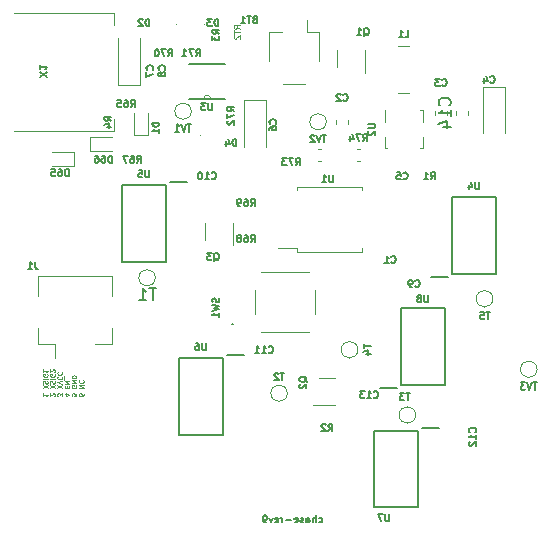
<source format=gbr>
G04 #@! TF.GenerationSoftware,KiCad,Pcbnew,5.1.5-52549c5~84~ubuntu18.04.1*
G04 #@! TF.CreationDate,2020-02-20T23:27:41+01:00*
G04 #@! TF.ProjectId,chase,63686173-652e-46b6-9963-61645f706362,rev?*
G04 #@! TF.SameCoordinates,Original*
G04 #@! TF.FileFunction,Legend,Bot*
G04 #@! TF.FilePolarity,Positive*
%FSLAX46Y46*%
G04 Gerber Fmt 4.6, Leading zero omitted, Abs format (unit mm)*
G04 Created by KiCad (PCBNEW 5.1.5-52549c5~84~ubuntu18.04.1) date 2020-02-20 23:27:41*
%MOMM*%
%LPD*%
G04 APERTURE LIST*
%ADD10C,0.100000*%
%ADD11C,0.130000*%
%ADD12C,0.120000*%
%ADD13C,0.200000*%
%ADD14C,0.152400*%
%ADD15C,0.150000*%
%ADD16C,0.125000*%
G04 APERTURE END LIST*
D10*
X106684047Y-133061857D02*
X106684047Y-133138047D01*
X106665000Y-133176143D01*
X106645952Y-133195190D01*
X106588809Y-133233285D01*
X106512619Y-133252333D01*
X106360238Y-133252333D01*
X106322142Y-133233285D01*
X106303095Y-133214238D01*
X106284047Y-133176143D01*
X106284047Y-133099952D01*
X106303095Y-133061857D01*
X106322142Y-133042809D01*
X106360238Y-133023762D01*
X106455476Y-133023762D01*
X106493571Y-133042809D01*
X106512619Y-133061857D01*
X106531666Y-133099952D01*
X106531666Y-133176143D01*
X106512619Y-133214238D01*
X106493571Y-133233285D01*
X106455476Y-133252333D01*
X106284047Y-132547571D02*
X106684047Y-132547571D01*
X106284047Y-132319000D01*
X106684047Y-132319000D01*
X106322142Y-131899952D02*
X106303095Y-131919000D01*
X106284047Y-131976143D01*
X106284047Y-132014238D01*
X106303095Y-132071381D01*
X106341190Y-132109476D01*
X106379285Y-132128523D01*
X106455476Y-132147571D01*
X106512619Y-132147571D01*
X106588809Y-132128523D01*
X106626904Y-132109476D01*
X106665000Y-132071381D01*
X106684047Y-132014238D01*
X106684047Y-131976143D01*
X106665000Y-131919000D01*
X106645952Y-131899952D01*
X103236047Y-133023761D02*
X103236047Y-133252333D01*
X103236047Y-133138047D02*
X103636047Y-133138047D01*
X103578904Y-133176142D01*
X103540809Y-133214238D01*
X103521761Y-133252333D01*
X103636047Y-132585666D02*
X103236047Y-132319000D01*
X103636047Y-132319000D02*
X103236047Y-132585666D01*
X103255095Y-132185666D02*
X103236047Y-132128523D01*
X103236047Y-132033285D01*
X103255095Y-131995190D01*
X103274142Y-131976142D01*
X103312238Y-131957095D01*
X103350333Y-131957095D01*
X103388428Y-131976142D01*
X103407476Y-131995190D01*
X103426523Y-132033285D01*
X103445571Y-132109476D01*
X103464619Y-132147571D01*
X103483666Y-132166619D01*
X103521761Y-132185666D01*
X103559857Y-132185666D01*
X103597952Y-132166619D01*
X103617000Y-132147571D01*
X103636047Y-132109476D01*
X103636047Y-132014238D01*
X103617000Y-131957095D01*
X103236047Y-131785666D02*
X103636047Y-131785666D01*
X103617000Y-131385666D02*
X103636047Y-131423761D01*
X103636047Y-131480904D01*
X103617000Y-131538047D01*
X103578904Y-131576142D01*
X103540809Y-131595190D01*
X103464619Y-131614238D01*
X103407476Y-131614238D01*
X103331285Y-131595190D01*
X103293190Y-131576142D01*
X103255095Y-131538047D01*
X103236047Y-131480904D01*
X103236047Y-131442809D01*
X103255095Y-131385666D01*
X103274142Y-131366619D01*
X103407476Y-131366619D01*
X103407476Y-131442809D01*
X103236047Y-130985666D02*
X103236047Y-131214238D01*
X103236047Y-131099952D02*
X103636047Y-131099952D01*
X103578904Y-131138047D01*
X103540809Y-131176142D01*
X103521761Y-131214238D01*
X104207552Y-133252333D02*
X104226600Y-133233285D01*
X104245647Y-133195190D01*
X104245647Y-133099952D01*
X104226600Y-133061857D01*
X104207552Y-133042809D01*
X104169457Y-133023761D01*
X104131361Y-133023761D01*
X104074219Y-133042809D01*
X103845647Y-133271380D01*
X103845647Y-133023761D01*
X104245647Y-132585666D02*
X103845647Y-132319000D01*
X104245647Y-132319000D02*
X103845647Y-132585666D01*
X103864695Y-132185666D02*
X103845647Y-132128523D01*
X103845647Y-132033285D01*
X103864695Y-131995190D01*
X103883742Y-131976142D01*
X103921838Y-131957095D01*
X103959933Y-131957095D01*
X103998028Y-131976142D01*
X104017076Y-131995190D01*
X104036123Y-132033285D01*
X104055171Y-132109476D01*
X104074219Y-132147571D01*
X104093266Y-132166619D01*
X104131361Y-132185666D01*
X104169457Y-132185666D01*
X104207552Y-132166619D01*
X104226600Y-132147571D01*
X104245647Y-132109476D01*
X104245647Y-132014238D01*
X104226600Y-131957095D01*
X103845647Y-131785666D02*
X104245647Y-131785666D01*
X104226600Y-131385666D02*
X104245647Y-131423761D01*
X104245647Y-131480904D01*
X104226600Y-131538047D01*
X104188504Y-131576142D01*
X104150409Y-131595190D01*
X104074219Y-131614238D01*
X104017076Y-131614238D01*
X103940885Y-131595190D01*
X103902790Y-131576142D01*
X103864695Y-131538047D01*
X103845647Y-131480904D01*
X103845647Y-131442809D01*
X103864695Y-131385666D01*
X103883742Y-131366619D01*
X104017076Y-131366619D01*
X104017076Y-131442809D01*
X104207552Y-131214238D02*
X104226600Y-131195190D01*
X104245647Y-131157095D01*
X104245647Y-131061857D01*
X104226600Y-131023761D01*
X104207552Y-131004714D01*
X104169457Y-130985666D01*
X104131361Y-130985666D01*
X104074219Y-131004714D01*
X103845647Y-131233285D01*
X103845647Y-130985666D01*
X104855247Y-133271381D02*
X104855247Y-133023762D01*
X104702866Y-133157095D01*
X104702866Y-133099952D01*
X104683819Y-133061857D01*
X104664771Y-133042809D01*
X104626676Y-133023762D01*
X104531438Y-133023762D01*
X104493342Y-133042809D01*
X104474295Y-133061857D01*
X104455247Y-133099952D01*
X104455247Y-133214238D01*
X104474295Y-133252333D01*
X104493342Y-133271381D01*
X104855247Y-132585666D02*
X104455247Y-132319000D01*
X104855247Y-132319000D02*
X104455247Y-132585666D01*
X104855247Y-132223762D02*
X104455247Y-132090428D01*
X104855247Y-131957095D01*
X104493342Y-131595190D02*
X104474295Y-131614238D01*
X104455247Y-131671381D01*
X104455247Y-131709476D01*
X104474295Y-131766619D01*
X104512390Y-131804714D01*
X104550485Y-131823762D01*
X104626676Y-131842809D01*
X104683819Y-131842809D01*
X104760009Y-131823762D01*
X104798104Y-131804714D01*
X104836200Y-131766619D01*
X104855247Y-131709476D01*
X104855247Y-131671381D01*
X104836200Y-131614238D01*
X104817152Y-131595190D01*
X104493342Y-131195190D02*
X104474295Y-131214238D01*
X104455247Y-131271381D01*
X104455247Y-131309476D01*
X104474295Y-131366619D01*
X104512390Y-131404714D01*
X104550485Y-131423762D01*
X104626676Y-131442809D01*
X104683819Y-131442809D01*
X104760009Y-131423762D01*
X104798104Y-131404714D01*
X104836200Y-131366619D01*
X104855247Y-131309476D01*
X104855247Y-131271381D01*
X104836200Y-131214238D01*
X104817152Y-131195190D01*
X105331514Y-133061856D02*
X105064847Y-133061856D01*
X105483895Y-133157094D02*
X105198180Y-133252332D01*
X105198180Y-133004713D01*
X105274371Y-132547570D02*
X105274371Y-132414237D01*
X105064847Y-132357094D02*
X105064847Y-132547570D01*
X105464847Y-132547570D01*
X105464847Y-132357094D01*
X105064847Y-132185666D02*
X105464847Y-132185666D01*
X105064847Y-131957094D01*
X105464847Y-131957094D01*
X105026752Y-131861856D02*
X105026752Y-131557094D01*
X106074447Y-133042809D02*
X106074447Y-133233285D01*
X105883971Y-133252333D01*
X105903019Y-133233285D01*
X105922066Y-133195190D01*
X105922066Y-133099952D01*
X105903019Y-133061857D01*
X105883971Y-133042809D01*
X105845876Y-133023762D01*
X105750638Y-133023762D01*
X105712542Y-133042809D01*
X105693495Y-133061857D01*
X105674447Y-133099952D01*
X105674447Y-133195190D01*
X105693495Y-133233285D01*
X105712542Y-133252333D01*
X106055400Y-132338047D02*
X106074447Y-132376143D01*
X106074447Y-132433285D01*
X106055400Y-132490428D01*
X106017304Y-132528523D01*
X105979209Y-132547571D01*
X105903019Y-132566619D01*
X105845876Y-132566619D01*
X105769685Y-132547571D01*
X105731590Y-132528523D01*
X105693495Y-132490428D01*
X105674447Y-132433285D01*
X105674447Y-132395190D01*
X105693495Y-132338047D01*
X105712542Y-132319000D01*
X105845876Y-132319000D01*
X105845876Y-132395190D01*
X105674447Y-132147571D02*
X106074447Y-132147571D01*
X105674447Y-131919000D01*
X106074447Y-131919000D01*
X105674447Y-131728523D02*
X106074447Y-131728523D01*
X106074447Y-131633285D01*
X106055400Y-131576143D01*
X106017304Y-131538047D01*
X105979209Y-131519000D01*
X105903019Y-131499952D01*
X105845876Y-131499952D01*
X105769685Y-131519000D01*
X105731590Y-131538047D01*
X105693495Y-131576143D01*
X105674447Y-131633285D01*
X105674447Y-131728523D01*
D11*
X126600571Y-143918857D02*
X126657714Y-143947428D01*
X126772000Y-143947428D01*
X126829142Y-143918857D01*
X126857714Y-143890285D01*
X126886285Y-143833142D01*
X126886285Y-143661714D01*
X126857714Y-143604571D01*
X126829142Y-143576000D01*
X126772000Y-143547428D01*
X126657714Y-143547428D01*
X126600571Y-143576000D01*
X126343428Y-143947428D02*
X126343428Y-143347428D01*
X126086285Y-143947428D02*
X126086285Y-143633142D01*
X126114857Y-143576000D01*
X126172000Y-143547428D01*
X126257714Y-143547428D01*
X126314857Y-143576000D01*
X126343428Y-143604571D01*
X125543428Y-143947428D02*
X125543428Y-143633142D01*
X125572000Y-143576000D01*
X125629142Y-143547428D01*
X125743428Y-143547428D01*
X125800571Y-143576000D01*
X125543428Y-143918857D02*
X125600571Y-143947428D01*
X125743428Y-143947428D01*
X125800571Y-143918857D01*
X125829142Y-143861714D01*
X125829142Y-143804571D01*
X125800571Y-143747428D01*
X125743428Y-143718857D01*
X125600571Y-143718857D01*
X125543428Y-143690285D01*
X125286285Y-143918857D02*
X125229142Y-143947428D01*
X125114857Y-143947428D01*
X125057714Y-143918857D01*
X125029142Y-143861714D01*
X125029142Y-143833142D01*
X125057714Y-143776000D01*
X125114857Y-143747428D01*
X125200571Y-143747428D01*
X125257714Y-143718857D01*
X125286285Y-143661714D01*
X125286285Y-143633142D01*
X125257714Y-143576000D01*
X125200571Y-143547428D01*
X125114857Y-143547428D01*
X125057714Y-143576000D01*
X124543428Y-143918857D02*
X124600571Y-143947428D01*
X124714857Y-143947428D01*
X124772000Y-143918857D01*
X124800571Y-143861714D01*
X124800571Y-143633142D01*
X124772000Y-143576000D01*
X124714857Y-143547428D01*
X124600571Y-143547428D01*
X124543428Y-143576000D01*
X124514857Y-143633142D01*
X124514857Y-143690285D01*
X124800571Y-143747428D01*
X124257714Y-143718857D02*
X123800571Y-143718857D01*
X123514857Y-143947428D02*
X123514857Y-143547428D01*
X123514857Y-143661714D02*
X123486285Y-143604571D01*
X123457714Y-143576000D01*
X123400571Y-143547428D01*
X123343428Y-143547428D01*
X122914857Y-143918857D02*
X122972000Y-143947428D01*
X123086285Y-143947428D01*
X123143428Y-143918857D01*
X123172000Y-143861714D01*
X123172000Y-143633142D01*
X123143428Y-143576000D01*
X123086285Y-143547428D01*
X122972000Y-143547428D01*
X122914857Y-143576000D01*
X122886285Y-143633142D01*
X122886285Y-143690285D01*
X123172000Y-143747428D01*
X122686285Y-143547428D02*
X122543428Y-143947428D01*
X122400571Y-143547428D01*
X122143428Y-143947428D02*
X122029142Y-143947428D01*
X121972000Y-143918857D01*
X121943428Y-143890285D01*
X121886285Y-143804571D01*
X121857714Y-143690285D01*
X121857714Y-143461714D01*
X121886285Y-143404571D01*
X121914857Y-143376000D01*
X121972000Y-143347428D01*
X122086285Y-143347428D01*
X122143428Y-143376000D01*
X122172000Y-143404571D01*
X122200571Y-143461714D01*
X122200571Y-143604571D01*
X122172000Y-143661714D01*
X122143428Y-143690285D01*
X122086285Y-143718857D01*
X121972000Y-143718857D01*
X121914857Y-143690285D01*
X121886285Y-143661714D01*
X121857714Y-143604571D01*
D12*
X104297000Y-128847000D02*
X104297000Y-130047000D01*
X109107000Y-123047000D02*
X109107000Y-124787000D01*
X102807000Y-123047000D02*
X109107000Y-123047000D01*
X102807000Y-124787000D02*
X102807000Y-123047000D01*
X109107000Y-128847000D02*
X109107000Y-127507000D01*
X107617000Y-128847000D02*
X109107000Y-128847000D01*
X102807000Y-128847000D02*
X102807000Y-127507000D01*
X104297000Y-128847000D02*
X102807000Y-128847000D01*
X145074500Y-130976000D02*
G75*
G03X145074500Y-130976000I-700000J0D01*
G01*
X116989000Y-119992000D02*
X116989000Y-118592000D01*
X119309000Y-118592000D02*
X119309000Y-120492000D01*
X129073000Y-109858221D02*
X129073000Y-110183779D01*
X128053000Y-109858221D02*
X128053000Y-110183779D01*
X130122779Y-113325000D02*
X129797221Y-113325000D01*
X130122779Y-112305000D02*
X129797221Y-112305000D01*
X126820779Y-113325000D02*
X126495221Y-113325000D01*
X126820779Y-112305000D02*
X126495221Y-112305000D01*
X128165000Y-105387000D02*
X128165000Y-103987000D01*
X130485000Y-103987000D02*
X130485000Y-105887000D01*
X139233000Y-109096221D02*
X139233000Y-109421779D01*
X138213000Y-109096221D02*
X138213000Y-109421779D01*
X137455000Y-109096221D02*
X137455000Y-109421779D01*
X136435000Y-109096221D02*
X136435000Y-109421779D01*
X112753000Y-123229000D02*
G75*
G03X112753000Y-123229000I-700000J0D01*
G01*
X125439000Y-106864000D02*
X123559000Y-106864000D01*
X122389000Y-102394000D02*
X123439000Y-102394000D01*
X122389000Y-104894000D02*
X122389000Y-102394000D01*
X125559000Y-102394000D02*
X125559000Y-101404000D01*
X126609000Y-102394000D02*
X125559000Y-102394000D01*
X126609000Y-104894000D02*
X126609000Y-102394000D01*
X122132000Y-108219000D02*
X122132000Y-112129000D01*
X120262000Y-108219000D02*
X122132000Y-108219000D01*
X120262000Y-112129000D02*
X120262000Y-108219000D01*
X109070000Y-111326000D02*
X107220000Y-111326000D01*
X109070000Y-112526000D02*
X107220000Y-112526000D01*
X107220000Y-112526000D02*
X107220000Y-111326000D01*
X103987000Y-113796000D02*
X105837000Y-113796000D01*
X103987000Y-112596000D02*
X105837000Y-112596000D01*
X105837000Y-112596000D02*
X105837000Y-113796000D01*
X126593000Y-131721000D02*
X127993000Y-131721000D01*
X127993000Y-134041000D02*
X126093000Y-134041000D01*
X127231000Y-110021000D02*
G75*
G03X127231000Y-110021000I-700000J0D01*
G01*
X115801000Y-109132000D02*
G75*
G03X115801000Y-109132000I-700000J0D01*
G01*
X141328000Y-125007000D02*
G75*
G03X141328000Y-125007000I-700000J0D01*
G01*
X129898000Y-129325000D02*
G75*
G03X129898000Y-129325000I-700000J0D01*
G01*
X134787500Y-134849500D02*
G75*
G03X134787500Y-134849500I-700000J0D01*
G01*
X123929000Y-133008000D02*
G75*
G03X123929000Y-133008000I-700000J0D01*
G01*
X127503000Y-115528500D02*
X130250500Y-115528500D01*
X130250500Y-115528500D02*
X130250500Y-115811000D01*
X127503000Y-115528500D02*
X124755500Y-115528500D01*
X124755500Y-115528500D02*
X124755500Y-115811000D01*
X127503000Y-121023500D02*
X130250500Y-121023500D01*
X130250500Y-121023500D02*
X130250500Y-120741000D01*
X127503000Y-121023500D02*
X124755500Y-121023500D01*
X124755500Y-121023500D02*
X124755500Y-120741000D01*
X124755500Y-120741000D02*
X123103000Y-120741000D01*
D13*
X119237000Y-127161000D02*
X119237000Y-127161000D01*
X119337000Y-127161000D02*
X119337000Y-127161000D01*
X119237000Y-127161000D02*
X119237000Y-127161000D01*
D10*
X121187000Y-126261000D02*
X121187000Y-124261000D01*
X126287000Y-126261000D02*
X126287000Y-124261000D01*
X121737000Y-127811000D02*
X125737000Y-127811000D01*
X121737000Y-122711000D02*
X125737000Y-122711000D01*
D13*
X119337000Y-127161000D02*
G75*
G03X119237000Y-127161000I-50000J0D01*
G01*
X119237000Y-127161000D02*
G75*
G03X119337000Y-127161000I50000J0D01*
G01*
X119337000Y-127161000D02*
G75*
G03X119237000Y-127161000I-50000J0D01*
G01*
X133571000Y-132321000D02*
X137271000Y-132321000D01*
X137271000Y-132321000D02*
X137271000Y-125821000D01*
X137271000Y-125821000D02*
X133571000Y-125821000D01*
X133571000Y-125821000D02*
X133571000Y-132321000D01*
X131746000Y-132571000D02*
X133221000Y-132571000D01*
X134984000Y-136178000D02*
X131284000Y-136178000D01*
X131284000Y-136178000D02*
X131284000Y-142678000D01*
X131284000Y-142678000D02*
X134984000Y-142678000D01*
X134984000Y-142678000D02*
X134984000Y-136178000D01*
X136809000Y-135928000D02*
X135334000Y-135928000D01*
X118456000Y-130002000D02*
X114756000Y-130002000D01*
X114756000Y-130002000D02*
X114756000Y-136502000D01*
X114756000Y-136502000D02*
X118456000Y-136502000D01*
X118456000Y-136502000D02*
X118456000Y-130002000D01*
X120281000Y-129752000D02*
X118806000Y-129752000D01*
X113649000Y-115407000D02*
X109949000Y-115407000D01*
X109949000Y-115407000D02*
X109949000Y-121907000D01*
X109949000Y-121907000D02*
X113649000Y-121907000D01*
X113649000Y-121907000D02*
X113649000Y-115407000D01*
X115474000Y-115157000D02*
X113999000Y-115157000D01*
X137889000Y-122923000D02*
X141589000Y-122923000D01*
X141589000Y-122923000D02*
X141589000Y-116423000D01*
X141589000Y-116423000D02*
X137889000Y-116423000D01*
X137889000Y-116423000D02*
X137889000Y-122923000D01*
X136064000Y-123173000D02*
X137539000Y-123173000D01*
D12*
X109274000Y-110830000D02*
X109274000Y-109830000D01*
X109274000Y-110830000D02*
X100774000Y-110830000D01*
X109274000Y-100830000D02*
X100774000Y-100830000D01*
X109274000Y-100830000D02*
X109274000Y-101830000D01*
X132160000Y-109016000D02*
X132160000Y-110021000D01*
X132160000Y-112266000D02*
X132390000Y-112266000D01*
X132160000Y-111291000D02*
X132160000Y-112266000D01*
X135380000Y-111291000D02*
X135380000Y-112266000D01*
X135150000Y-112266000D02*
X135380000Y-112266000D01*
X135380000Y-109046000D02*
X135380000Y-110021000D01*
X135150000Y-109046000D02*
X135380000Y-109046000D01*
X134260000Y-103566000D02*
X133280000Y-103566000D01*
X134260000Y-107586000D02*
X133280000Y-107586000D01*
X140455000Y-110986000D02*
X140455000Y-107076000D01*
X140455000Y-107076000D02*
X142325000Y-107076000D01*
X142325000Y-107076000D02*
X142325000Y-110986000D01*
D10*
X116601000Y-111164000D02*
G75*
G03X116601000Y-111164000I-50000J0D01*
G01*
X116939500Y-101766000D02*
G75*
G03X116939500Y-101766000I-50000J0D01*
G01*
X114590000Y-101766000D02*
G75*
G03X114590000Y-101766000I-50000J0D01*
G01*
D12*
X112145000Y-111171000D02*
X110945000Y-111171000D01*
X112145000Y-109321000D02*
X112145000Y-111171000D01*
X110945000Y-109321000D02*
X110945000Y-111171000D01*
D14*
X115634400Y-105093400D02*
X118631600Y-105093400D01*
X118631600Y-108090600D02*
X117437800Y-108090600D01*
X117437800Y-108090600D02*
X116828200Y-108090600D01*
X116828200Y-108090600D02*
X115634400Y-108090600D01*
D10*
X117437800Y-108090600D02*
G75*
G03X116828200Y-108090600I-304800J0D01*
G01*
D12*
X111464000Y-102960000D02*
X111464000Y-106870000D01*
X111464000Y-106870000D02*
X109594000Y-106870000D01*
X109594000Y-106870000D02*
X109594000Y-102960000D01*
D15*
X102601000Y-121884428D02*
X102601000Y-122313000D01*
X102629571Y-122398714D01*
X102686714Y-122455857D01*
X102772428Y-122484428D01*
X102829571Y-122484428D01*
X102001000Y-122484428D02*
X102343857Y-122484428D01*
X102172428Y-122484428D02*
X102172428Y-121884428D01*
X102229571Y-121970142D01*
X102286714Y-122027285D01*
X102343857Y-122055857D01*
X145088785Y-132095428D02*
X144745928Y-132095428D01*
X144917357Y-132695428D02*
X144917357Y-132095428D01*
X144631642Y-132095428D02*
X144431642Y-132695428D01*
X144231642Y-132095428D01*
X144088785Y-132095428D02*
X143717357Y-132095428D01*
X143917357Y-132324000D01*
X143831642Y-132324000D01*
X143774500Y-132352571D01*
X143745928Y-132381142D01*
X143717357Y-132438285D01*
X143717357Y-132581142D01*
X143745928Y-132638285D01*
X143774500Y-132666857D01*
X143831642Y-132695428D01*
X144003071Y-132695428D01*
X144060214Y-132666857D01*
X144088785Y-132638285D01*
X117698142Y-121779571D02*
X117755285Y-121751000D01*
X117812428Y-121693857D01*
X117898142Y-121608142D01*
X117955285Y-121579571D01*
X118012428Y-121579571D01*
X117983857Y-121722428D02*
X118041000Y-121693857D01*
X118098142Y-121636714D01*
X118126714Y-121522428D01*
X118126714Y-121322428D01*
X118098142Y-121208142D01*
X118041000Y-121151000D01*
X117983857Y-121122428D01*
X117869571Y-121122428D01*
X117812428Y-121151000D01*
X117755285Y-121208142D01*
X117726714Y-121322428D01*
X117726714Y-121522428D01*
X117755285Y-121636714D01*
X117812428Y-121693857D01*
X117869571Y-121722428D01*
X117983857Y-121722428D01*
X117526714Y-121122428D02*
X117155285Y-121122428D01*
X117355285Y-121351000D01*
X117269571Y-121351000D01*
X117212428Y-121379571D01*
X117183857Y-121408142D01*
X117155285Y-121465285D01*
X117155285Y-121608142D01*
X117183857Y-121665285D01*
X117212428Y-121693857D01*
X117269571Y-121722428D01*
X117441000Y-121722428D01*
X117498142Y-121693857D01*
X117526714Y-121665285D01*
X128663000Y-108203285D02*
X128691571Y-108231857D01*
X128777285Y-108260428D01*
X128834428Y-108260428D01*
X128920142Y-108231857D01*
X128977285Y-108174714D01*
X129005857Y-108117571D01*
X129034428Y-108003285D01*
X129034428Y-107917571D01*
X129005857Y-107803285D01*
X128977285Y-107746142D01*
X128920142Y-107689000D01*
X128834428Y-107660428D01*
X128777285Y-107660428D01*
X128691571Y-107689000D01*
X128663000Y-107717571D01*
X128434428Y-107717571D02*
X128405857Y-107689000D01*
X128348714Y-107660428D01*
X128205857Y-107660428D01*
X128148714Y-107689000D01*
X128120142Y-107717571D01*
X128091571Y-107774714D01*
X128091571Y-107831857D01*
X128120142Y-107917571D01*
X128463000Y-108260428D01*
X128091571Y-108260428D01*
X130345714Y-111656428D02*
X130545714Y-111370714D01*
X130688571Y-111656428D02*
X130688571Y-111056428D01*
X130460000Y-111056428D01*
X130402857Y-111085000D01*
X130374285Y-111113571D01*
X130345714Y-111170714D01*
X130345714Y-111256428D01*
X130374285Y-111313571D01*
X130402857Y-111342142D01*
X130460000Y-111370714D01*
X130688571Y-111370714D01*
X130145714Y-111056428D02*
X129745714Y-111056428D01*
X130002857Y-111656428D01*
X129260000Y-111256428D02*
X129260000Y-111656428D01*
X129402857Y-111027857D02*
X129545714Y-111456428D01*
X129174285Y-111456428D01*
X124630714Y-113721428D02*
X124830714Y-113435714D01*
X124973571Y-113721428D02*
X124973571Y-113121428D01*
X124745000Y-113121428D01*
X124687857Y-113150000D01*
X124659285Y-113178571D01*
X124630714Y-113235714D01*
X124630714Y-113321428D01*
X124659285Y-113378571D01*
X124687857Y-113407142D01*
X124745000Y-113435714D01*
X124973571Y-113435714D01*
X124430714Y-113121428D02*
X124030714Y-113121428D01*
X124287857Y-113721428D01*
X123859285Y-113121428D02*
X123487857Y-113121428D01*
X123687857Y-113350000D01*
X123602142Y-113350000D01*
X123545000Y-113378571D01*
X123516428Y-113407142D01*
X123487857Y-113464285D01*
X123487857Y-113607142D01*
X123516428Y-113664285D01*
X123545000Y-113692857D01*
X123602142Y-113721428D01*
X123773571Y-113721428D01*
X123830714Y-113692857D01*
X123859285Y-113664285D01*
X130398142Y-102729571D02*
X130455285Y-102701000D01*
X130512428Y-102643857D01*
X130598142Y-102558142D01*
X130655285Y-102529571D01*
X130712428Y-102529571D01*
X130683857Y-102672428D02*
X130741000Y-102643857D01*
X130798142Y-102586714D01*
X130826714Y-102472428D01*
X130826714Y-102272428D01*
X130798142Y-102158142D01*
X130741000Y-102101000D01*
X130683857Y-102072428D01*
X130569571Y-102072428D01*
X130512428Y-102101000D01*
X130455285Y-102158142D01*
X130426714Y-102272428D01*
X130426714Y-102472428D01*
X130455285Y-102586714D01*
X130512428Y-102643857D01*
X130569571Y-102672428D01*
X130683857Y-102672428D01*
X129855285Y-102672428D02*
X130198142Y-102672428D01*
X130026714Y-102672428D02*
X130026714Y-102072428D01*
X130083857Y-102158142D01*
X130141000Y-102215285D01*
X130198142Y-102243857D01*
X137650142Y-108616142D02*
X137697761Y-108568523D01*
X137745380Y-108425666D01*
X137745380Y-108330428D01*
X137697761Y-108187571D01*
X137602523Y-108092333D01*
X137507285Y-108044714D01*
X137316809Y-107997095D01*
X137173952Y-107997095D01*
X136983476Y-108044714D01*
X136888238Y-108092333D01*
X136793000Y-108187571D01*
X136745380Y-108330428D01*
X136745380Y-108425666D01*
X136793000Y-108568523D01*
X136840619Y-108616142D01*
X137745380Y-109568523D02*
X137745380Y-108997095D01*
X137745380Y-109282809D02*
X136745380Y-109282809D01*
X136888238Y-109187571D01*
X136983476Y-109092333D01*
X137031095Y-108997095D01*
X137078714Y-110425666D02*
X137745380Y-110425666D01*
X136697761Y-110187571D02*
X137412047Y-109949476D01*
X137412047Y-110568523D01*
X137045000Y-106933285D02*
X137073571Y-106961857D01*
X137159285Y-106990428D01*
X137216428Y-106990428D01*
X137302142Y-106961857D01*
X137359285Y-106904714D01*
X137387857Y-106847571D01*
X137416428Y-106733285D01*
X137416428Y-106647571D01*
X137387857Y-106533285D01*
X137359285Y-106476142D01*
X137302142Y-106419000D01*
X137216428Y-106390428D01*
X137159285Y-106390428D01*
X137073571Y-106419000D01*
X137045000Y-106447571D01*
X136845000Y-106390428D02*
X136473571Y-106390428D01*
X136673571Y-106619000D01*
X136587857Y-106619000D01*
X136530714Y-106647571D01*
X136502142Y-106676142D01*
X136473571Y-106733285D01*
X136473571Y-106876142D01*
X136502142Y-106933285D01*
X136530714Y-106961857D01*
X136587857Y-106990428D01*
X136759285Y-106990428D01*
X136816428Y-106961857D01*
X136845000Y-106933285D01*
X112814904Y-124129380D02*
X112243476Y-124129380D01*
X112529190Y-125129380D02*
X112529190Y-124129380D01*
X111386333Y-125129380D02*
X111957761Y-125129380D01*
X111672047Y-125129380D02*
X111672047Y-124129380D01*
X111767285Y-124272238D01*
X111862523Y-124367476D01*
X111957761Y-124415095D01*
X121160428Y-101342142D02*
X121074714Y-101370714D01*
X121046142Y-101399285D01*
X121017571Y-101456428D01*
X121017571Y-101542142D01*
X121046142Y-101599285D01*
X121074714Y-101627857D01*
X121131857Y-101656428D01*
X121360428Y-101656428D01*
X121360428Y-101056428D01*
X121160428Y-101056428D01*
X121103285Y-101085000D01*
X121074714Y-101113571D01*
X121046142Y-101170714D01*
X121046142Y-101227857D01*
X121074714Y-101285000D01*
X121103285Y-101313571D01*
X121160428Y-101342142D01*
X121360428Y-101342142D01*
X120846142Y-101056428D02*
X120503285Y-101056428D01*
X120674714Y-101656428D02*
X120674714Y-101056428D01*
X119989000Y-101656428D02*
X120331857Y-101656428D01*
X120160428Y-101656428D02*
X120160428Y-101056428D01*
X120217571Y-101142142D01*
X120274714Y-101199285D01*
X120331857Y-101227857D01*
D11*
X122935285Y-110175000D02*
X122963857Y-110146428D01*
X122992428Y-110060714D01*
X122992428Y-110003571D01*
X122963857Y-109917857D01*
X122906714Y-109860714D01*
X122849571Y-109832142D01*
X122735285Y-109803571D01*
X122649571Y-109803571D01*
X122535285Y-109832142D01*
X122478142Y-109860714D01*
X122421000Y-109917857D01*
X122392428Y-110003571D01*
X122392428Y-110060714D01*
X122421000Y-110146428D01*
X122449571Y-110175000D01*
X122392428Y-110689285D02*
X122392428Y-110575000D01*
X122421000Y-110517857D01*
X122449571Y-110489285D01*
X122535285Y-110432142D01*
X122649571Y-110403571D01*
X122878142Y-110403571D01*
X122935285Y-110432142D01*
X122963857Y-110460714D01*
X122992428Y-110517857D01*
X122992428Y-110632142D01*
X122963857Y-110689285D01*
X122935285Y-110717857D01*
X122878142Y-110746428D01*
X122735285Y-110746428D01*
X122678142Y-110717857D01*
X122649571Y-110689285D01*
X122621000Y-110632142D01*
X122621000Y-110517857D01*
X122649571Y-110460714D01*
X122678142Y-110432142D01*
X122735285Y-110403571D01*
X109098571Y-113497428D02*
X109098571Y-112897428D01*
X108955714Y-112897428D01*
X108870000Y-112926000D01*
X108812857Y-112983142D01*
X108784285Y-113040285D01*
X108755714Y-113154571D01*
X108755714Y-113240285D01*
X108784285Y-113354571D01*
X108812857Y-113411714D01*
X108870000Y-113468857D01*
X108955714Y-113497428D01*
X109098571Y-113497428D01*
X108241428Y-112897428D02*
X108355714Y-112897428D01*
X108412857Y-112926000D01*
X108441428Y-112954571D01*
X108498571Y-113040285D01*
X108527142Y-113154571D01*
X108527142Y-113383142D01*
X108498571Y-113440285D01*
X108470000Y-113468857D01*
X108412857Y-113497428D01*
X108298571Y-113497428D01*
X108241428Y-113468857D01*
X108212857Y-113440285D01*
X108184285Y-113383142D01*
X108184285Y-113240285D01*
X108212857Y-113183142D01*
X108241428Y-113154571D01*
X108298571Y-113126000D01*
X108412857Y-113126000D01*
X108470000Y-113154571D01*
X108498571Y-113183142D01*
X108527142Y-113240285D01*
X107670000Y-112897428D02*
X107784285Y-112897428D01*
X107841428Y-112926000D01*
X107870000Y-112954571D01*
X107927142Y-113040285D01*
X107955714Y-113154571D01*
X107955714Y-113383142D01*
X107927142Y-113440285D01*
X107898571Y-113468857D01*
X107841428Y-113497428D01*
X107727142Y-113497428D01*
X107670000Y-113468857D01*
X107641428Y-113440285D01*
X107612857Y-113383142D01*
X107612857Y-113240285D01*
X107641428Y-113183142D01*
X107670000Y-113154571D01*
X107727142Y-113126000D01*
X107841428Y-113126000D01*
X107898571Y-113154571D01*
X107927142Y-113183142D01*
X107955714Y-113240285D01*
X105415571Y-114610428D02*
X105415571Y-114010428D01*
X105272714Y-114010428D01*
X105187000Y-114039000D01*
X105129857Y-114096142D01*
X105101285Y-114153285D01*
X105072714Y-114267571D01*
X105072714Y-114353285D01*
X105101285Y-114467571D01*
X105129857Y-114524714D01*
X105187000Y-114581857D01*
X105272714Y-114610428D01*
X105415571Y-114610428D01*
X104558428Y-114010428D02*
X104672714Y-114010428D01*
X104729857Y-114039000D01*
X104758428Y-114067571D01*
X104815571Y-114153285D01*
X104844142Y-114267571D01*
X104844142Y-114496142D01*
X104815571Y-114553285D01*
X104787000Y-114581857D01*
X104729857Y-114610428D01*
X104615571Y-114610428D01*
X104558428Y-114581857D01*
X104529857Y-114553285D01*
X104501285Y-114496142D01*
X104501285Y-114353285D01*
X104529857Y-114296142D01*
X104558428Y-114267571D01*
X104615571Y-114239000D01*
X104729857Y-114239000D01*
X104787000Y-114267571D01*
X104815571Y-114296142D01*
X104844142Y-114353285D01*
X103958428Y-114010428D02*
X104244142Y-114010428D01*
X104272714Y-114296142D01*
X104244142Y-114267571D01*
X104187000Y-114239000D01*
X104044142Y-114239000D01*
X103987000Y-114267571D01*
X103958428Y-114296142D01*
X103929857Y-114353285D01*
X103929857Y-114496142D01*
X103958428Y-114553285D01*
X103987000Y-114581857D01*
X104044142Y-114610428D01*
X104187000Y-114610428D01*
X104244142Y-114581857D01*
X104272714Y-114553285D01*
X120820714Y-117150428D02*
X121020714Y-116864714D01*
X121163571Y-117150428D02*
X121163571Y-116550428D01*
X120935000Y-116550428D01*
X120877857Y-116579000D01*
X120849285Y-116607571D01*
X120820714Y-116664714D01*
X120820714Y-116750428D01*
X120849285Y-116807571D01*
X120877857Y-116836142D01*
X120935000Y-116864714D01*
X121163571Y-116864714D01*
X120306428Y-116550428D02*
X120420714Y-116550428D01*
X120477857Y-116579000D01*
X120506428Y-116607571D01*
X120563571Y-116693285D01*
X120592142Y-116807571D01*
X120592142Y-117036142D01*
X120563571Y-117093285D01*
X120535000Y-117121857D01*
X120477857Y-117150428D01*
X120363571Y-117150428D01*
X120306428Y-117121857D01*
X120277857Y-117093285D01*
X120249285Y-117036142D01*
X120249285Y-116893285D01*
X120277857Y-116836142D01*
X120306428Y-116807571D01*
X120363571Y-116779000D01*
X120477857Y-116779000D01*
X120535000Y-116807571D01*
X120563571Y-116836142D01*
X120592142Y-116893285D01*
X119963571Y-117150428D02*
X119849285Y-117150428D01*
X119792142Y-117121857D01*
X119763571Y-117093285D01*
X119706428Y-117007571D01*
X119677857Y-116893285D01*
X119677857Y-116664714D01*
X119706428Y-116607571D01*
X119735000Y-116579000D01*
X119792142Y-116550428D01*
X119906428Y-116550428D01*
X119963571Y-116579000D01*
X119992142Y-116607571D01*
X120020714Y-116664714D01*
X120020714Y-116807571D01*
X119992142Y-116864714D01*
X119963571Y-116893285D01*
X119906428Y-116921857D01*
X119792142Y-116921857D01*
X119735000Y-116893285D01*
X119706428Y-116864714D01*
X119677857Y-116807571D01*
X120820714Y-120198428D02*
X121020714Y-119912714D01*
X121163571Y-120198428D02*
X121163571Y-119598428D01*
X120935000Y-119598428D01*
X120877857Y-119627000D01*
X120849285Y-119655571D01*
X120820714Y-119712714D01*
X120820714Y-119798428D01*
X120849285Y-119855571D01*
X120877857Y-119884142D01*
X120935000Y-119912714D01*
X121163571Y-119912714D01*
X120306428Y-119598428D02*
X120420714Y-119598428D01*
X120477857Y-119627000D01*
X120506428Y-119655571D01*
X120563571Y-119741285D01*
X120592142Y-119855571D01*
X120592142Y-120084142D01*
X120563571Y-120141285D01*
X120535000Y-120169857D01*
X120477857Y-120198428D01*
X120363571Y-120198428D01*
X120306428Y-120169857D01*
X120277857Y-120141285D01*
X120249285Y-120084142D01*
X120249285Y-119941285D01*
X120277857Y-119884142D01*
X120306428Y-119855571D01*
X120363571Y-119827000D01*
X120477857Y-119827000D01*
X120535000Y-119855571D01*
X120563571Y-119884142D01*
X120592142Y-119941285D01*
X119906428Y-119855571D02*
X119963571Y-119827000D01*
X119992142Y-119798428D01*
X120020714Y-119741285D01*
X120020714Y-119712714D01*
X119992142Y-119655571D01*
X119963571Y-119627000D01*
X119906428Y-119598428D01*
X119792142Y-119598428D01*
X119735000Y-119627000D01*
X119706428Y-119655571D01*
X119677857Y-119712714D01*
X119677857Y-119741285D01*
X119706428Y-119798428D01*
X119735000Y-119827000D01*
X119792142Y-119855571D01*
X119906428Y-119855571D01*
X119963571Y-119884142D01*
X119992142Y-119912714D01*
X120020714Y-119969857D01*
X120020714Y-120084142D01*
X119992142Y-120141285D01*
X119963571Y-120169857D01*
X119906428Y-120198428D01*
X119792142Y-120198428D01*
X119735000Y-120169857D01*
X119706428Y-120141285D01*
X119677857Y-120084142D01*
X119677857Y-119969857D01*
X119706428Y-119912714D01*
X119735000Y-119884142D01*
X119792142Y-119855571D01*
X111168714Y-113494428D02*
X111368714Y-113208714D01*
X111511571Y-113494428D02*
X111511571Y-112894428D01*
X111283000Y-112894428D01*
X111225857Y-112923000D01*
X111197285Y-112951571D01*
X111168714Y-113008714D01*
X111168714Y-113094428D01*
X111197285Y-113151571D01*
X111225857Y-113180142D01*
X111283000Y-113208714D01*
X111511571Y-113208714D01*
X110654428Y-112894428D02*
X110768714Y-112894428D01*
X110825857Y-112923000D01*
X110854428Y-112951571D01*
X110911571Y-113037285D01*
X110940142Y-113151571D01*
X110940142Y-113380142D01*
X110911571Y-113437285D01*
X110883000Y-113465857D01*
X110825857Y-113494428D01*
X110711571Y-113494428D01*
X110654428Y-113465857D01*
X110625857Y-113437285D01*
X110597285Y-113380142D01*
X110597285Y-113237285D01*
X110625857Y-113180142D01*
X110654428Y-113151571D01*
X110711571Y-113123000D01*
X110825857Y-113123000D01*
X110883000Y-113151571D01*
X110911571Y-113180142D01*
X110940142Y-113237285D01*
X110397285Y-112894428D02*
X109997285Y-112894428D01*
X110254428Y-113494428D01*
D15*
X127393000Y-136200428D02*
X127593000Y-135914714D01*
X127735857Y-136200428D02*
X127735857Y-135600428D01*
X127507285Y-135600428D01*
X127450142Y-135629000D01*
X127421571Y-135657571D01*
X127393000Y-135714714D01*
X127393000Y-135800428D01*
X127421571Y-135857571D01*
X127450142Y-135886142D01*
X127507285Y-135914714D01*
X127735857Y-135914714D01*
X127164428Y-135657571D02*
X127135857Y-135629000D01*
X127078714Y-135600428D01*
X126935857Y-135600428D01*
X126878714Y-135629000D01*
X126850142Y-135657571D01*
X126821571Y-135714714D01*
X126821571Y-135771857D01*
X126850142Y-135857571D01*
X127193000Y-136200428D01*
X126821571Y-136200428D01*
X125589571Y-132061857D02*
X125561000Y-132004714D01*
X125503857Y-131947571D01*
X125418142Y-131861857D01*
X125389571Y-131804714D01*
X125389571Y-131747571D01*
X125532428Y-131776142D02*
X125503857Y-131719000D01*
X125446714Y-131661857D01*
X125332428Y-131633285D01*
X125132428Y-131633285D01*
X125018142Y-131661857D01*
X124961000Y-131719000D01*
X124932428Y-131776142D01*
X124932428Y-131890428D01*
X124961000Y-131947571D01*
X125018142Y-132004714D01*
X125132428Y-132033285D01*
X125332428Y-132033285D01*
X125446714Y-132004714D01*
X125503857Y-131947571D01*
X125532428Y-131890428D01*
X125532428Y-131776142D01*
X124989571Y-132261857D02*
X124961000Y-132290428D01*
X124932428Y-132347571D01*
X124932428Y-132490428D01*
X124961000Y-132547571D01*
X124989571Y-132576142D01*
X125046714Y-132604714D01*
X125103857Y-132604714D01*
X125189571Y-132576142D01*
X125532428Y-132233285D01*
X125532428Y-132604714D01*
D11*
X110660714Y-108768428D02*
X110860714Y-108482714D01*
X111003571Y-108768428D02*
X111003571Y-108168428D01*
X110775000Y-108168428D01*
X110717857Y-108197000D01*
X110689285Y-108225571D01*
X110660714Y-108282714D01*
X110660714Y-108368428D01*
X110689285Y-108425571D01*
X110717857Y-108454142D01*
X110775000Y-108482714D01*
X111003571Y-108482714D01*
X110146428Y-108168428D02*
X110260714Y-108168428D01*
X110317857Y-108197000D01*
X110346428Y-108225571D01*
X110403571Y-108311285D01*
X110432142Y-108425571D01*
X110432142Y-108654142D01*
X110403571Y-108711285D01*
X110375000Y-108739857D01*
X110317857Y-108768428D01*
X110203571Y-108768428D01*
X110146428Y-108739857D01*
X110117857Y-108711285D01*
X110089285Y-108654142D01*
X110089285Y-108511285D01*
X110117857Y-108454142D01*
X110146428Y-108425571D01*
X110203571Y-108397000D01*
X110317857Y-108397000D01*
X110375000Y-108425571D01*
X110403571Y-108454142D01*
X110432142Y-108511285D01*
X109546428Y-108168428D02*
X109832142Y-108168428D01*
X109860714Y-108454142D01*
X109832142Y-108425571D01*
X109775000Y-108397000D01*
X109632142Y-108397000D01*
X109575000Y-108425571D01*
X109546428Y-108454142D01*
X109517857Y-108511285D01*
X109517857Y-108654142D01*
X109546428Y-108711285D01*
X109575000Y-108739857D01*
X109632142Y-108768428D01*
X109775000Y-108768428D01*
X109832142Y-108739857D01*
X109860714Y-108711285D01*
D15*
X127245285Y-111140428D02*
X126902428Y-111140428D01*
X127073857Y-111740428D02*
X127073857Y-111140428D01*
X126788142Y-111140428D02*
X126588142Y-111740428D01*
X126388142Y-111140428D01*
X126216714Y-111197571D02*
X126188142Y-111169000D01*
X126131000Y-111140428D01*
X125988142Y-111140428D01*
X125931000Y-111169000D01*
X125902428Y-111197571D01*
X125873857Y-111254714D01*
X125873857Y-111311857D01*
X125902428Y-111397571D01*
X126245285Y-111740428D01*
X125873857Y-111740428D01*
X115815285Y-110251428D02*
X115472428Y-110251428D01*
X115643857Y-110851428D02*
X115643857Y-110251428D01*
X115358142Y-110251428D02*
X115158142Y-110851428D01*
X114958142Y-110251428D01*
X114443857Y-110851428D02*
X114786714Y-110851428D01*
X114615285Y-110851428D02*
X114615285Y-110251428D01*
X114672428Y-110337142D01*
X114729571Y-110394285D01*
X114786714Y-110422857D01*
D11*
X141085142Y-126126428D02*
X140742285Y-126126428D01*
X140913714Y-126726428D02*
X140913714Y-126126428D01*
X140256571Y-126126428D02*
X140542285Y-126126428D01*
X140570857Y-126412142D01*
X140542285Y-126383571D01*
X140485142Y-126355000D01*
X140342285Y-126355000D01*
X140285142Y-126383571D01*
X140256571Y-126412142D01*
X140228000Y-126469285D01*
X140228000Y-126612142D01*
X140256571Y-126669285D01*
X140285142Y-126697857D01*
X140342285Y-126726428D01*
X140485142Y-126726428D01*
X140542285Y-126697857D01*
X140570857Y-126669285D01*
X130393428Y-128867857D02*
X130393428Y-129210714D01*
X130993428Y-129039285D02*
X130393428Y-129039285D01*
X130593428Y-129667857D02*
X130993428Y-129667857D01*
X130364857Y-129525000D02*
X130793428Y-129382142D01*
X130793428Y-129753571D01*
X134290642Y-132996928D02*
X133947785Y-132996928D01*
X134119214Y-133596928D02*
X134119214Y-132996928D01*
X133804928Y-132996928D02*
X133433500Y-132996928D01*
X133633500Y-133225500D01*
X133547785Y-133225500D01*
X133490642Y-133254071D01*
X133462071Y-133282642D01*
X133433500Y-133339785D01*
X133433500Y-133482642D01*
X133462071Y-133539785D01*
X133490642Y-133568357D01*
X133547785Y-133596928D01*
X133719214Y-133596928D01*
X133776357Y-133568357D01*
X133804928Y-133539785D01*
X123686142Y-131282428D02*
X123343285Y-131282428D01*
X123514714Y-131882428D02*
X123514714Y-131282428D01*
X123171857Y-131339571D02*
X123143285Y-131311000D01*
X123086142Y-131282428D01*
X122943285Y-131282428D01*
X122886142Y-131311000D01*
X122857571Y-131339571D01*
X122829000Y-131396714D01*
X122829000Y-131453857D01*
X122857571Y-131539571D01*
X123200428Y-131882428D01*
X122829000Y-131882428D01*
X127833142Y-114518428D02*
X127833142Y-115004142D01*
X127804571Y-115061285D01*
X127776000Y-115089857D01*
X127718857Y-115118428D01*
X127604571Y-115118428D01*
X127547428Y-115089857D01*
X127518857Y-115061285D01*
X127490285Y-115004142D01*
X127490285Y-114518428D01*
X126890285Y-115118428D02*
X127233142Y-115118428D01*
X127061714Y-115118428D02*
X127061714Y-114518428D01*
X127118857Y-114604142D01*
X127176000Y-114661285D01*
X127233142Y-114689857D01*
X118137857Y-124969000D02*
X118166428Y-125054714D01*
X118166428Y-125197571D01*
X118137857Y-125254714D01*
X118109285Y-125283285D01*
X118052142Y-125311857D01*
X117995000Y-125311857D01*
X117937857Y-125283285D01*
X117909285Y-125254714D01*
X117880714Y-125197571D01*
X117852142Y-125083285D01*
X117823571Y-125026142D01*
X117795000Y-124997571D01*
X117737857Y-124969000D01*
X117680714Y-124969000D01*
X117623571Y-124997571D01*
X117595000Y-125026142D01*
X117566428Y-125083285D01*
X117566428Y-125226142D01*
X117595000Y-125311857D01*
X117566428Y-125511857D02*
X118166428Y-125654714D01*
X117737857Y-125769000D01*
X118166428Y-125883285D01*
X117566428Y-126026142D01*
X118166428Y-126569000D02*
X118166428Y-126226142D01*
X118166428Y-126397571D02*
X117566428Y-126397571D01*
X117652142Y-126340428D01*
X117709285Y-126283285D01*
X117737857Y-126226142D01*
X135878142Y-124678428D02*
X135878142Y-125164142D01*
X135849571Y-125221285D01*
X135821000Y-125249857D01*
X135763857Y-125278428D01*
X135649571Y-125278428D01*
X135592428Y-125249857D01*
X135563857Y-125221285D01*
X135535285Y-125164142D01*
X135535285Y-124678428D01*
X135163857Y-124935571D02*
X135221000Y-124907000D01*
X135249571Y-124878428D01*
X135278142Y-124821285D01*
X135278142Y-124792714D01*
X135249571Y-124735571D01*
X135221000Y-124707000D01*
X135163857Y-124678428D01*
X135049571Y-124678428D01*
X134992428Y-124707000D01*
X134963857Y-124735571D01*
X134935285Y-124792714D01*
X134935285Y-124821285D01*
X134963857Y-124878428D01*
X134992428Y-124907000D01*
X135049571Y-124935571D01*
X135163857Y-124935571D01*
X135221000Y-124964142D01*
X135249571Y-124992714D01*
X135278142Y-125049857D01*
X135278142Y-125164142D01*
X135249571Y-125221285D01*
X135221000Y-125249857D01*
X135163857Y-125278428D01*
X135049571Y-125278428D01*
X134992428Y-125249857D01*
X134963857Y-125221285D01*
X134935285Y-125164142D01*
X134935285Y-125049857D01*
X134963857Y-124992714D01*
X134992428Y-124964142D01*
X135049571Y-124935571D01*
X132576142Y-143220428D02*
X132576142Y-143706142D01*
X132547571Y-143763285D01*
X132519000Y-143791857D01*
X132461857Y-143820428D01*
X132347571Y-143820428D01*
X132290428Y-143791857D01*
X132261857Y-143763285D01*
X132233285Y-143706142D01*
X132233285Y-143220428D01*
X132004714Y-143220428D02*
X131604714Y-143220428D01*
X131861857Y-143820428D01*
X117082142Y-128742428D02*
X117082142Y-129228142D01*
X117053571Y-129285285D01*
X117025000Y-129313857D01*
X116967857Y-129342428D01*
X116853571Y-129342428D01*
X116796428Y-129313857D01*
X116767857Y-129285285D01*
X116739285Y-129228142D01*
X116739285Y-128742428D01*
X116196428Y-128742428D02*
X116310714Y-128742428D01*
X116367857Y-128771000D01*
X116396428Y-128799571D01*
X116453571Y-128885285D01*
X116482142Y-128999571D01*
X116482142Y-129228142D01*
X116453571Y-129285285D01*
X116425000Y-129313857D01*
X116367857Y-129342428D01*
X116253571Y-129342428D01*
X116196428Y-129313857D01*
X116167857Y-129285285D01*
X116139285Y-129228142D01*
X116139285Y-129085285D01*
X116167857Y-129028142D01*
X116196428Y-128999571D01*
X116253571Y-128971000D01*
X116367857Y-128971000D01*
X116425000Y-128999571D01*
X116453571Y-129028142D01*
X116482142Y-129085285D01*
X112256142Y-114137428D02*
X112256142Y-114623142D01*
X112227571Y-114680285D01*
X112199000Y-114708857D01*
X112141857Y-114737428D01*
X112027571Y-114737428D01*
X111970428Y-114708857D01*
X111941857Y-114680285D01*
X111913285Y-114623142D01*
X111913285Y-114137428D01*
X111341857Y-114137428D02*
X111627571Y-114137428D01*
X111656142Y-114423142D01*
X111627571Y-114394571D01*
X111570428Y-114366000D01*
X111427571Y-114366000D01*
X111370428Y-114394571D01*
X111341857Y-114423142D01*
X111313285Y-114480285D01*
X111313285Y-114623142D01*
X111341857Y-114680285D01*
X111370428Y-114708857D01*
X111427571Y-114737428D01*
X111570428Y-114737428D01*
X111627571Y-114708857D01*
X111656142Y-114680285D01*
X140196142Y-115153428D02*
X140196142Y-115639142D01*
X140167571Y-115696285D01*
X140139000Y-115724857D01*
X140081857Y-115753428D01*
X139967571Y-115753428D01*
X139910428Y-115724857D01*
X139881857Y-115696285D01*
X139853285Y-115639142D01*
X139853285Y-115153428D01*
X139310428Y-115353428D02*
X139310428Y-115753428D01*
X139453285Y-115124857D02*
X139596142Y-115553428D01*
X139224714Y-115553428D01*
X131234714Y-133349285D02*
X131263285Y-133377857D01*
X131349000Y-133406428D01*
X131406142Y-133406428D01*
X131491857Y-133377857D01*
X131549000Y-133320714D01*
X131577571Y-133263571D01*
X131606142Y-133149285D01*
X131606142Y-133063571D01*
X131577571Y-132949285D01*
X131549000Y-132892142D01*
X131491857Y-132835000D01*
X131406142Y-132806428D01*
X131349000Y-132806428D01*
X131263285Y-132835000D01*
X131234714Y-132863571D01*
X130663285Y-133406428D02*
X131006142Y-133406428D01*
X130834714Y-133406428D02*
X130834714Y-132806428D01*
X130891857Y-132892142D01*
X130949000Y-132949285D01*
X131006142Y-132977857D01*
X130463285Y-132806428D02*
X130091857Y-132806428D01*
X130291857Y-133035000D01*
X130206142Y-133035000D01*
X130149000Y-133063571D01*
X130120428Y-133092142D01*
X130091857Y-133149285D01*
X130091857Y-133292142D01*
X130120428Y-133349285D01*
X130149000Y-133377857D01*
X130206142Y-133406428D01*
X130377571Y-133406428D01*
X130434714Y-133377857D01*
X130463285Y-133349285D01*
X139853285Y-136305285D02*
X139881857Y-136276714D01*
X139910428Y-136191000D01*
X139910428Y-136133857D01*
X139881857Y-136048142D01*
X139824714Y-135991000D01*
X139767571Y-135962428D01*
X139653285Y-135933857D01*
X139567571Y-135933857D01*
X139453285Y-135962428D01*
X139396142Y-135991000D01*
X139339000Y-136048142D01*
X139310428Y-136133857D01*
X139310428Y-136191000D01*
X139339000Y-136276714D01*
X139367571Y-136305285D01*
X139910428Y-136876714D02*
X139910428Y-136533857D01*
X139910428Y-136705285D02*
X139310428Y-136705285D01*
X139396142Y-136648142D01*
X139453285Y-136591000D01*
X139481857Y-136533857D01*
X139367571Y-137105285D02*
X139339000Y-137133857D01*
X139310428Y-137191000D01*
X139310428Y-137333857D01*
X139339000Y-137391000D01*
X139367571Y-137419571D01*
X139424714Y-137448142D01*
X139481857Y-137448142D01*
X139567571Y-137419571D01*
X139910428Y-137076714D01*
X139910428Y-137448142D01*
X122344714Y-129539285D02*
X122373285Y-129567857D01*
X122459000Y-129596428D01*
X122516142Y-129596428D01*
X122601857Y-129567857D01*
X122659000Y-129510714D01*
X122687571Y-129453571D01*
X122716142Y-129339285D01*
X122716142Y-129253571D01*
X122687571Y-129139285D01*
X122659000Y-129082142D01*
X122601857Y-129025000D01*
X122516142Y-128996428D01*
X122459000Y-128996428D01*
X122373285Y-129025000D01*
X122344714Y-129053571D01*
X121773285Y-129596428D02*
X122116142Y-129596428D01*
X121944714Y-129596428D02*
X121944714Y-128996428D01*
X122001857Y-129082142D01*
X122059000Y-129139285D01*
X122116142Y-129167857D01*
X121201857Y-129596428D02*
X121544714Y-129596428D01*
X121373285Y-129596428D02*
X121373285Y-128996428D01*
X121430428Y-129082142D01*
X121487571Y-129139285D01*
X121544714Y-129167857D01*
X117518714Y-114807285D02*
X117547285Y-114835857D01*
X117633000Y-114864428D01*
X117690142Y-114864428D01*
X117775857Y-114835857D01*
X117833000Y-114778714D01*
X117861571Y-114721571D01*
X117890142Y-114607285D01*
X117890142Y-114521571D01*
X117861571Y-114407285D01*
X117833000Y-114350142D01*
X117775857Y-114293000D01*
X117690142Y-114264428D01*
X117633000Y-114264428D01*
X117547285Y-114293000D01*
X117518714Y-114321571D01*
X116947285Y-114864428D02*
X117290142Y-114864428D01*
X117118714Y-114864428D02*
X117118714Y-114264428D01*
X117175857Y-114350142D01*
X117233000Y-114407285D01*
X117290142Y-114435857D01*
X116575857Y-114264428D02*
X116518714Y-114264428D01*
X116461571Y-114293000D01*
X116433000Y-114321571D01*
X116404428Y-114378714D01*
X116375857Y-114493000D01*
X116375857Y-114635857D01*
X116404428Y-114750142D01*
X116433000Y-114807285D01*
X116461571Y-114835857D01*
X116518714Y-114864428D01*
X116575857Y-114864428D01*
X116633000Y-114835857D01*
X116661571Y-114807285D01*
X116690142Y-114750142D01*
X116718714Y-114635857D01*
X116718714Y-114493000D01*
X116690142Y-114378714D01*
X116661571Y-114321571D01*
X116633000Y-114293000D01*
X116575857Y-114264428D01*
X134759000Y-123951285D02*
X134787571Y-123979857D01*
X134873285Y-124008428D01*
X134930428Y-124008428D01*
X135016142Y-123979857D01*
X135073285Y-123922714D01*
X135101857Y-123865571D01*
X135130428Y-123751285D01*
X135130428Y-123665571D01*
X135101857Y-123551285D01*
X135073285Y-123494142D01*
X135016142Y-123437000D01*
X134930428Y-123408428D01*
X134873285Y-123408428D01*
X134787571Y-123437000D01*
X134759000Y-123465571D01*
X134473285Y-124008428D02*
X134359000Y-124008428D01*
X134301857Y-123979857D01*
X134273285Y-123951285D01*
X134216142Y-123865571D01*
X134187571Y-123751285D01*
X134187571Y-123522714D01*
X134216142Y-123465571D01*
X134244714Y-123437000D01*
X134301857Y-123408428D01*
X134416142Y-123408428D01*
X134473285Y-123437000D01*
X134501857Y-123465571D01*
X134530428Y-123522714D01*
X134530428Y-123665571D01*
X134501857Y-123722714D01*
X134473285Y-123751285D01*
X134416142Y-123779857D01*
X134301857Y-123779857D01*
X134244714Y-123751285D01*
X134216142Y-123722714D01*
X134187571Y-123665571D01*
X132727000Y-121919285D02*
X132755571Y-121947857D01*
X132841285Y-121976428D01*
X132898428Y-121976428D01*
X132984142Y-121947857D01*
X133041285Y-121890714D01*
X133069857Y-121833571D01*
X133098428Y-121719285D01*
X133098428Y-121633571D01*
X133069857Y-121519285D01*
X133041285Y-121462142D01*
X132984142Y-121405000D01*
X132898428Y-121376428D01*
X132841285Y-121376428D01*
X132755571Y-121405000D01*
X132727000Y-121433571D01*
X132155571Y-121976428D02*
X132498428Y-121976428D01*
X132327000Y-121976428D02*
X132327000Y-121376428D01*
X132384142Y-121462142D01*
X132441285Y-121519285D01*
X132498428Y-121547857D01*
X103602571Y-106190714D02*
X103002571Y-105790714D01*
X103602571Y-105790714D02*
X103002571Y-106190714D01*
X103002571Y-105247857D02*
X103002571Y-105590714D01*
X103002571Y-105419285D02*
X103602571Y-105419285D01*
X103516857Y-105476428D01*
X103459714Y-105533571D01*
X103431142Y-105590714D01*
X130741428Y-110219177D02*
X131227142Y-110219177D01*
X131284285Y-110247748D01*
X131312857Y-110276320D01*
X131341428Y-110333462D01*
X131341428Y-110447748D01*
X131312857Y-110504891D01*
X131284285Y-110533462D01*
X131227142Y-110562034D01*
X130741428Y-110562034D01*
X130798571Y-110819177D02*
X130770000Y-110847748D01*
X130741428Y-110904891D01*
X130741428Y-111047748D01*
X130770000Y-111104891D01*
X130798571Y-111133462D01*
X130855714Y-111162034D01*
X130912857Y-111162034D01*
X130998571Y-111133462D01*
X131341428Y-110790605D01*
X131341428Y-111162034D01*
X136052000Y-114891428D02*
X136252000Y-114605714D01*
X136394857Y-114891428D02*
X136394857Y-114291428D01*
X136166285Y-114291428D01*
X136109142Y-114320000D01*
X136080571Y-114348571D01*
X136052000Y-114405714D01*
X136052000Y-114491428D01*
X136080571Y-114548571D01*
X136109142Y-114577142D01*
X136166285Y-114605714D01*
X136394857Y-114605714D01*
X135480571Y-114891428D02*
X135823428Y-114891428D01*
X135652000Y-114891428D02*
X135652000Y-114291428D01*
X135709142Y-114377142D01*
X135766285Y-114434285D01*
X135823428Y-114462857D01*
X118166428Y-102555000D02*
X117880714Y-102355000D01*
X118166428Y-102212142D02*
X117566428Y-102212142D01*
X117566428Y-102440714D01*
X117595000Y-102497857D01*
X117623571Y-102526428D01*
X117680714Y-102555000D01*
X117766428Y-102555000D01*
X117823571Y-102526428D01*
X117852142Y-102497857D01*
X117880714Y-102440714D01*
X117880714Y-102212142D01*
X117566428Y-102755000D02*
X117566428Y-103126428D01*
X117795000Y-102926428D01*
X117795000Y-103012142D01*
X117823571Y-103069285D01*
X117852142Y-103097857D01*
X117909285Y-103126428D01*
X118052142Y-103126428D01*
X118109285Y-103097857D01*
X118137857Y-103069285D01*
X118166428Y-103012142D01*
X118166428Y-102840714D01*
X118137857Y-102783571D01*
X118109285Y-102755000D01*
X133870000Y-102847428D02*
X134155714Y-102847428D01*
X134155714Y-102247428D01*
X133355714Y-102847428D02*
X133698571Y-102847428D01*
X133527142Y-102847428D02*
X133527142Y-102247428D01*
X133584285Y-102333142D01*
X133641428Y-102390285D01*
X133698571Y-102418857D01*
X133743000Y-114834285D02*
X133771571Y-114862857D01*
X133857285Y-114891428D01*
X133914428Y-114891428D01*
X134000142Y-114862857D01*
X134057285Y-114805714D01*
X134085857Y-114748571D01*
X134114428Y-114634285D01*
X134114428Y-114548571D01*
X134085857Y-114434285D01*
X134057285Y-114377142D01*
X134000142Y-114320000D01*
X133914428Y-114291428D01*
X133857285Y-114291428D01*
X133771571Y-114320000D01*
X133743000Y-114348571D01*
X133200142Y-114291428D02*
X133485857Y-114291428D01*
X133514428Y-114577142D01*
X133485857Y-114548571D01*
X133428714Y-114520000D01*
X133285857Y-114520000D01*
X133228714Y-114548571D01*
X133200142Y-114577142D01*
X133171571Y-114634285D01*
X133171571Y-114777142D01*
X133200142Y-114834285D01*
X133228714Y-114862857D01*
X133285857Y-114891428D01*
X133428714Y-114891428D01*
X133485857Y-114862857D01*
X133514428Y-114834285D01*
X141109000Y-106679285D02*
X141137571Y-106707857D01*
X141223285Y-106736428D01*
X141280428Y-106736428D01*
X141366142Y-106707857D01*
X141423285Y-106650714D01*
X141451857Y-106593571D01*
X141480428Y-106479285D01*
X141480428Y-106393571D01*
X141451857Y-106279285D01*
X141423285Y-106222142D01*
X141366142Y-106165000D01*
X141280428Y-106136428D01*
X141223285Y-106136428D01*
X141137571Y-106165000D01*
X141109000Y-106193571D01*
X140594714Y-106336428D02*
X140594714Y-106736428D01*
X140737571Y-106107857D02*
X140880428Y-106536428D01*
X140509000Y-106536428D01*
X119436428Y-109127285D02*
X119150714Y-108927285D01*
X119436428Y-108784428D02*
X118836428Y-108784428D01*
X118836428Y-109013000D01*
X118865000Y-109070142D01*
X118893571Y-109098714D01*
X118950714Y-109127285D01*
X119036428Y-109127285D01*
X119093571Y-109098714D01*
X119122142Y-109070142D01*
X119150714Y-109013000D01*
X119150714Y-108784428D01*
X118836428Y-109327285D02*
X118836428Y-109727285D01*
X119436428Y-109470142D01*
X118893571Y-109927285D02*
X118865000Y-109955857D01*
X118836428Y-110013000D01*
X118836428Y-110155857D01*
X118865000Y-110213000D01*
X118893571Y-110241571D01*
X118950714Y-110270142D01*
X119007857Y-110270142D01*
X119093571Y-110241571D01*
X119436428Y-109898714D01*
X119436428Y-110270142D01*
X116185214Y-104477428D02*
X116385214Y-104191714D01*
X116528071Y-104477428D02*
X116528071Y-103877428D01*
X116299500Y-103877428D01*
X116242357Y-103906000D01*
X116213785Y-103934571D01*
X116185214Y-103991714D01*
X116185214Y-104077428D01*
X116213785Y-104134571D01*
X116242357Y-104163142D01*
X116299500Y-104191714D01*
X116528071Y-104191714D01*
X115985214Y-103877428D02*
X115585214Y-103877428D01*
X115842357Y-104477428D01*
X115042357Y-104477428D02*
X115385214Y-104477428D01*
X115213785Y-104477428D02*
X115213785Y-103877428D01*
X115270928Y-103963142D01*
X115328071Y-104020285D01*
X115385214Y-104048857D01*
X113835714Y-104477428D02*
X114035714Y-104191714D01*
X114178571Y-104477428D02*
X114178571Y-103877428D01*
X113950000Y-103877428D01*
X113892857Y-103906000D01*
X113864285Y-103934571D01*
X113835714Y-103991714D01*
X113835714Y-104077428D01*
X113864285Y-104134571D01*
X113892857Y-104163142D01*
X113950000Y-104191714D01*
X114178571Y-104191714D01*
X113635714Y-103877428D02*
X113235714Y-103877428D01*
X113492857Y-104477428D01*
X112892857Y-103877428D02*
X112835714Y-103877428D01*
X112778571Y-103906000D01*
X112750000Y-103934571D01*
X112721428Y-103991714D01*
X112692857Y-104106000D01*
X112692857Y-104248857D01*
X112721428Y-104363142D01*
X112750000Y-104420285D01*
X112778571Y-104448857D01*
X112835714Y-104477428D01*
X112892857Y-104477428D01*
X112950000Y-104448857D01*
X112978571Y-104420285D01*
X113007142Y-104363142D01*
X113035714Y-104248857D01*
X113035714Y-104106000D01*
X113007142Y-103991714D01*
X112978571Y-103934571D01*
X112950000Y-103906000D01*
X112892857Y-103877428D01*
X109022428Y-109921000D02*
X108736714Y-109721000D01*
X109022428Y-109578142D02*
X108422428Y-109578142D01*
X108422428Y-109806714D01*
X108451000Y-109863857D01*
X108479571Y-109892428D01*
X108536714Y-109921000D01*
X108622428Y-109921000D01*
X108679571Y-109892428D01*
X108708142Y-109863857D01*
X108736714Y-109806714D01*
X108736714Y-109578142D01*
X108622428Y-110435285D02*
X109022428Y-110435285D01*
X108393857Y-110292428D02*
X108822428Y-110149571D01*
X108822428Y-110521000D01*
D16*
X119899190Y-102127190D02*
X119661095Y-101960523D01*
X119899190Y-101841476D02*
X119399190Y-101841476D01*
X119399190Y-102031952D01*
X119423000Y-102079571D01*
X119446809Y-102103380D01*
X119494428Y-102127190D01*
X119565857Y-102127190D01*
X119613476Y-102103380D01*
X119637285Y-102079571D01*
X119661095Y-102031952D01*
X119661095Y-101841476D01*
X119399190Y-102270047D02*
X119399190Y-102555761D01*
X119899190Y-102412904D02*
X119399190Y-102412904D01*
X119446809Y-102698619D02*
X119423000Y-102722428D01*
X119399190Y-102770047D01*
X119399190Y-102889095D01*
X119423000Y-102936714D01*
X119446809Y-102960523D01*
X119494428Y-102984333D01*
X119542047Y-102984333D01*
X119613476Y-102960523D01*
X119899190Y-102674809D01*
X119899190Y-102984333D01*
D11*
X119607857Y-112070428D02*
X119607857Y-111470428D01*
X119465000Y-111470428D01*
X119379285Y-111499000D01*
X119322142Y-111556142D01*
X119293571Y-111613285D01*
X119265000Y-111727571D01*
X119265000Y-111813285D01*
X119293571Y-111927571D01*
X119322142Y-111984714D01*
X119379285Y-112041857D01*
X119465000Y-112070428D01*
X119607857Y-112070428D01*
X118750714Y-111670428D02*
X118750714Y-112070428D01*
X118893571Y-111441857D02*
X119036428Y-111870428D01*
X118665000Y-111870428D01*
X118083857Y-101910428D02*
X118083857Y-101310428D01*
X117941000Y-101310428D01*
X117855285Y-101339000D01*
X117798142Y-101396142D01*
X117769571Y-101453285D01*
X117741000Y-101567571D01*
X117741000Y-101653285D01*
X117769571Y-101767571D01*
X117798142Y-101824714D01*
X117855285Y-101881857D01*
X117941000Y-101910428D01*
X118083857Y-101910428D01*
X117541000Y-101310428D02*
X117169571Y-101310428D01*
X117369571Y-101539000D01*
X117283857Y-101539000D01*
X117226714Y-101567571D01*
X117198142Y-101596142D01*
X117169571Y-101653285D01*
X117169571Y-101796142D01*
X117198142Y-101853285D01*
X117226714Y-101881857D01*
X117283857Y-101910428D01*
X117455285Y-101910428D01*
X117512428Y-101881857D01*
X117541000Y-101853285D01*
X112241857Y-101910428D02*
X112241857Y-101310428D01*
X112099000Y-101310428D01*
X112013285Y-101339000D01*
X111956142Y-101396142D01*
X111927571Y-101453285D01*
X111899000Y-101567571D01*
X111899000Y-101653285D01*
X111927571Y-101767571D01*
X111956142Y-101824714D01*
X112013285Y-101881857D01*
X112099000Y-101910428D01*
X112241857Y-101910428D01*
X111670428Y-101367571D02*
X111641857Y-101339000D01*
X111584714Y-101310428D01*
X111441857Y-101310428D01*
X111384714Y-101339000D01*
X111356142Y-101367571D01*
X111327571Y-101424714D01*
X111327571Y-101481857D01*
X111356142Y-101567571D01*
X111699000Y-101910428D01*
X111327571Y-101910428D01*
X113086428Y-110086142D02*
X112486428Y-110086142D01*
X112486428Y-110229000D01*
X112515000Y-110314714D01*
X112572142Y-110371857D01*
X112629285Y-110400428D01*
X112743571Y-110429000D01*
X112829285Y-110429000D01*
X112943571Y-110400428D01*
X113000714Y-110371857D01*
X113057857Y-110314714D01*
X113086428Y-110229000D01*
X113086428Y-110086142D01*
X113086428Y-111000428D02*
X113086428Y-110657571D01*
X113086428Y-110829000D02*
X112486428Y-110829000D01*
X112572142Y-110771857D01*
X112629285Y-110714714D01*
X112657857Y-110657571D01*
X117590142Y-108422428D02*
X117590142Y-108908142D01*
X117561571Y-108965285D01*
X117533000Y-108993857D01*
X117475857Y-109022428D01*
X117361571Y-109022428D01*
X117304428Y-108993857D01*
X117275857Y-108965285D01*
X117247285Y-108908142D01*
X117247285Y-108422428D01*
X117018714Y-108422428D02*
X116647285Y-108422428D01*
X116847285Y-108651000D01*
X116761571Y-108651000D01*
X116704428Y-108679571D01*
X116675857Y-108708142D01*
X116647285Y-108765285D01*
X116647285Y-108908142D01*
X116675857Y-108965285D01*
X116704428Y-108993857D01*
X116761571Y-109022428D01*
X116933000Y-109022428D01*
X116990142Y-108993857D01*
X117018714Y-108965285D01*
X113537285Y-105603000D02*
X113565857Y-105574428D01*
X113594428Y-105488714D01*
X113594428Y-105431571D01*
X113565857Y-105345857D01*
X113508714Y-105288714D01*
X113451571Y-105260142D01*
X113337285Y-105231571D01*
X113251571Y-105231571D01*
X113137285Y-105260142D01*
X113080142Y-105288714D01*
X113023000Y-105345857D01*
X112994428Y-105431571D01*
X112994428Y-105488714D01*
X113023000Y-105574428D01*
X113051571Y-105603000D01*
X113251571Y-105945857D02*
X113223000Y-105888714D01*
X113194428Y-105860142D01*
X113137285Y-105831571D01*
X113108714Y-105831571D01*
X113051571Y-105860142D01*
X113023000Y-105888714D01*
X112994428Y-105945857D01*
X112994428Y-106060142D01*
X113023000Y-106117285D01*
X113051571Y-106145857D01*
X113108714Y-106174428D01*
X113137285Y-106174428D01*
X113194428Y-106145857D01*
X113223000Y-106117285D01*
X113251571Y-106060142D01*
X113251571Y-105945857D01*
X113280142Y-105888714D01*
X113308714Y-105860142D01*
X113365857Y-105831571D01*
X113480142Y-105831571D01*
X113537285Y-105860142D01*
X113565857Y-105888714D01*
X113594428Y-105945857D01*
X113594428Y-106060142D01*
X113565857Y-106117285D01*
X113537285Y-106145857D01*
X113480142Y-106174428D01*
X113365857Y-106174428D01*
X113308714Y-106145857D01*
X113280142Y-106117285D01*
X113251571Y-106060142D01*
X112521285Y-105603000D02*
X112549857Y-105574428D01*
X112578428Y-105488714D01*
X112578428Y-105431571D01*
X112549857Y-105345857D01*
X112492714Y-105288714D01*
X112435571Y-105260142D01*
X112321285Y-105231571D01*
X112235571Y-105231571D01*
X112121285Y-105260142D01*
X112064142Y-105288714D01*
X112007000Y-105345857D01*
X111978428Y-105431571D01*
X111978428Y-105488714D01*
X112007000Y-105574428D01*
X112035571Y-105603000D01*
X111978428Y-105803000D02*
X111978428Y-106203000D01*
X112578428Y-105945857D01*
M02*

</source>
